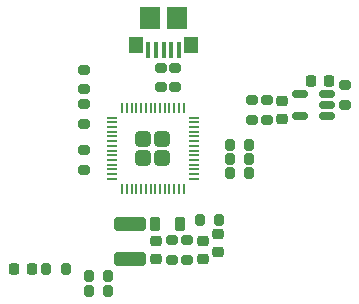
<source format=gtp>
G04 #@! TF.GenerationSoftware,KiCad,Pcbnew,(6.0.7)*
G04 #@! TF.CreationDate,2022-10-27T11:51:29+02:00*
G04 #@! TF.ProjectId,reservoirCon,72657365-7276-46f6-9972-436f6e2e6b69,rev?*
G04 #@! TF.SameCoordinates,Original*
G04 #@! TF.FileFunction,Paste,Top*
G04 #@! TF.FilePolarity,Positive*
%FSLAX46Y46*%
G04 Gerber Fmt 4.6, Leading zero omitted, Abs format (unit mm)*
G04 Created by KiCad (PCBNEW (6.0.7)) date 2022-10-27 11:51:29*
%MOMM*%
%LPD*%
G01*
G04 APERTURE LIST*
G04 Aperture macros list*
%AMRoundRect*
0 Rectangle with rounded corners*
0 $1 Rounding radius*
0 $2 $3 $4 $5 $6 $7 $8 $9 X,Y pos of 4 corners*
0 Add a 4 corners polygon primitive as box body*
4,1,4,$2,$3,$4,$5,$6,$7,$8,$9,$2,$3,0*
0 Add four circle primitives for the rounded corners*
1,1,$1+$1,$2,$3*
1,1,$1+$1,$4,$5*
1,1,$1+$1,$6,$7*
1,1,$1+$1,$8,$9*
0 Add four rect primitives between the rounded corners*
20,1,$1+$1,$2,$3,$4,$5,0*
20,1,$1+$1,$4,$5,$6,$7,0*
20,1,$1+$1,$6,$7,$8,$9,0*
20,1,$1+$1,$8,$9,$2,$3,0*%
G04 Aperture macros list end*
%ADD10RoundRect,0.200000X-0.275000X0.200000X-0.275000X-0.200000X0.275000X-0.200000X0.275000X0.200000X0*%
%ADD11RoundRect,0.200000X-0.200000X-0.275000X0.200000X-0.275000X0.200000X0.275000X-0.200000X0.275000X0*%
%ADD12RoundRect,0.200000X0.275000X-0.200000X0.275000X0.200000X-0.275000X0.200000X-0.275000X-0.200000X0*%
%ADD13RoundRect,0.249999X-0.395001X-0.395001X0.395001X-0.395001X0.395001X0.395001X-0.395001X0.395001X0*%
%ADD14RoundRect,0.050000X-0.387500X-0.050000X0.387500X-0.050000X0.387500X0.050000X-0.387500X0.050000X0*%
%ADD15RoundRect,0.050000X-0.050000X-0.387500X0.050000X-0.387500X0.050000X0.387500X-0.050000X0.387500X0*%
%ADD16RoundRect,0.200000X0.200000X0.275000X-0.200000X0.275000X-0.200000X-0.275000X0.200000X-0.275000X0*%
%ADD17RoundRect,0.225000X0.250000X-0.225000X0.250000X0.225000X-0.250000X0.225000X-0.250000X-0.225000X0*%
%ADD18RoundRect,0.150000X0.512500X0.150000X-0.512500X0.150000X-0.512500X-0.150000X0.512500X-0.150000X0*%
%ADD19RoundRect,0.225000X-0.250000X0.225000X-0.250000X-0.225000X0.250000X-0.225000X0.250000X0.225000X0*%
%ADD20RoundRect,0.218750X-0.218750X-0.256250X0.218750X-0.256250X0.218750X0.256250X-0.218750X0.256250X0*%
%ADD21RoundRect,0.218750X0.218750X0.381250X-0.218750X0.381250X-0.218750X-0.381250X0.218750X-0.381250X0*%
%ADD22RoundRect,0.225000X0.225000X0.250000X-0.225000X0.250000X-0.225000X-0.250000X0.225000X-0.250000X0*%
%ADD23R,0.400000X1.400000*%
%ADD24R,1.750000X1.900000*%
%ADD25R,1.150000X1.450000*%
%ADD26RoundRect,0.250000X1.100000X-0.325000X1.100000X0.325000X-1.100000X0.325000X-1.100000X-0.325000X0*%
G04 APERTURE END LIST*
D10*
X166333750Y-101450000D03*
X166333750Y-103100000D03*
D11*
X144675000Y-118900000D03*
X146325000Y-118900000D03*
D12*
X151700000Y-116225000D03*
X151700000Y-114575000D03*
D13*
X149300000Y-107600000D03*
X150900000Y-107600000D03*
X149300000Y-106000000D03*
X150900000Y-106000000D03*
D14*
X146662500Y-104200000D03*
X146662500Y-104600000D03*
X146662500Y-105000000D03*
X146662500Y-105400000D03*
X146662500Y-105800000D03*
X146662500Y-106200000D03*
X146662500Y-106600000D03*
X146662500Y-107000000D03*
X146662500Y-107400000D03*
X146662500Y-107800000D03*
X146662500Y-108200000D03*
X146662500Y-108600000D03*
X146662500Y-109000000D03*
X146662500Y-109400000D03*
D15*
X147500000Y-110237500D03*
X147900000Y-110237500D03*
X148300000Y-110237500D03*
X148700000Y-110237500D03*
X149100000Y-110237500D03*
X149500000Y-110237500D03*
X149900000Y-110237500D03*
X150300000Y-110237500D03*
X150700000Y-110237500D03*
X151100000Y-110237500D03*
X151500000Y-110237500D03*
X151900000Y-110237500D03*
X152300000Y-110237500D03*
X152700000Y-110237500D03*
D14*
X153537500Y-109400000D03*
X153537500Y-109000000D03*
X153537500Y-108600000D03*
X153537500Y-108200000D03*
X153537500Y-107800000D03*
X153537500Y-107400000D03*
X153537500Y-107000000D03*
X153537500Y-106600000D03*
X153537500Y-106200000D03*
X153537500Y-105800000D03*
X153537500Y-105400000D03*
X153537500Y-105000000D03*
X153537500Y-104600000D03*
X153537500Y-104200000D03*
D15*
X152700000Y-103362500D03*
X152300000Y-103362500D03*
X151900000Y-103362500D03*
X151500000Y-103362500D03*
X151100000Y-103362500D03*
X150700000Y-103362500D03*
X150300000Y-103362500D03*
X149900000Y-103362500D03*
X149500000Y-103362500D03*
X149100000Y-103362500D03*
X148700000Y-103362500D03*
X148300000Y-103362500D03*
X147900000Y-103362500D03*
X147500000Y-103362500D03*
D16*
X142725000Y-117000000D03*
X141075000Y-117000000D03*
D17*
X154300000Y-116175000D03*
X154300000Y-114625000D03*
D10*
X153000000Y-114575000D03*
X153000000Y-116225000D03*
D18*
X164821250Y-104095000D03*
X164821250Y-103145000D03*
X164821250Y-102195000D03*
X162546250Y-102195000D03*
X162546250Y-104095000D03*
D19*
X161033750Y-102800000D03*
X161033750Y-104350000D03*
X150400000Y-114625000D03*
X150400000Y-116175000D03*
D11*
X156600000Y-107700000D03*
X158250000Y-107700000D03*
D12*
X144300000Y-101825000D03*
X144300000Y-100175000D03*
X158496250Y-104390000D03*
X158496250Y-102740000D03*
D20*
X138312500Y-117000000D03*
X139887500Y-117000000D03*
D21*
X152362500Y-113200000D03*
X150237500Y-113200000D03*
D17*
X155600000Y-115575000D03*
X155600000Y-114025000D03*
D11*
X156600000Y-106500000D03*
X158250000Y-106500000D03*
D12*
X144300000Y-108625000D03*
X144300000Y-106975000D03*
X159783750Y-104370000D03*
X159783750Y-102720000D03*
D11*
X154075000Y-112900000D03*
X155725000Y-112900000D03*
X156600000Y-108900000D03*
X158250000Y-108900000D03*
D22*
X165008750Y-101075000D03*
X163458750Y-101075000D03*
D10*
X144300000Y-103075000D03*
X144300000Y-104725000D03*
D23*
X152300000Y-98450000D03*
X151650000Y-98450000D03*
X151000000Y-98450000D03*
X150350000Y-98450000D03*
X149700000Y-98450000D03*
D24*
X149875000Y-95800000D03*
X152125000Y-95800000D03*
D25*
X148680000Y-98030000D03*
X153320000Y-98030000D03*
D26*
X148200000Y-116175000D03*
X148200000Y-113225000D03*
D10*
X150800000Y-99975000D03*
X150800000Y-101625000D03*
X152000000Y-99975000D03*
X152000000Y-101625000D03*
D11*
X144675000Y-117600000D03*
X146325000Y-117600000D03*
M02*

</source>
